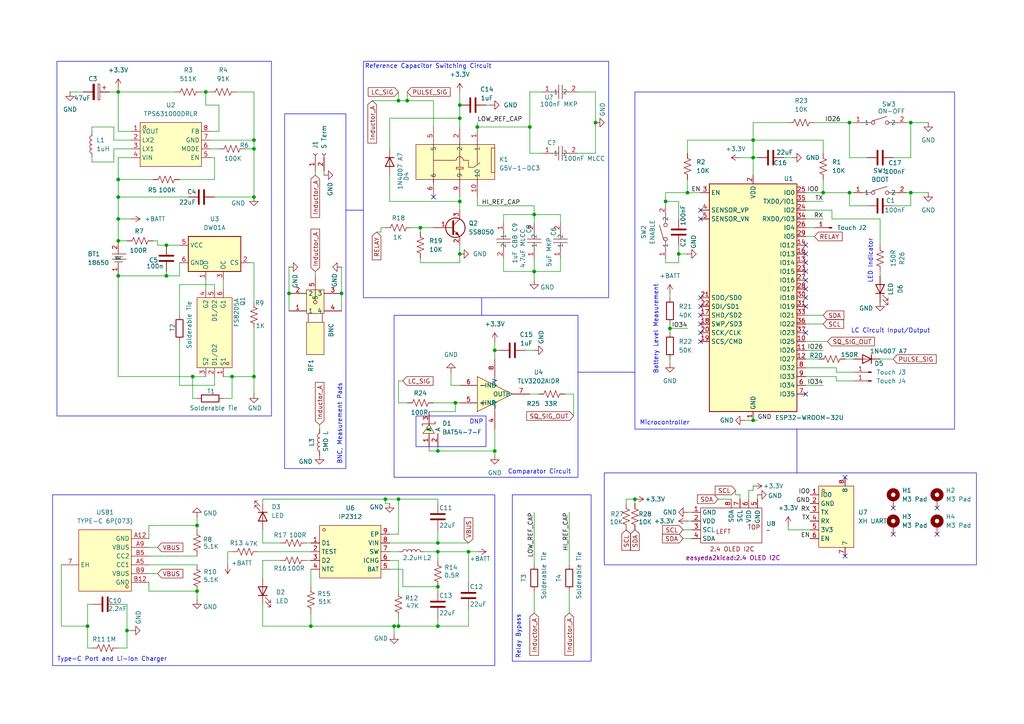
<source format=kicad_sch>
(kicad_sch (version 20231120) (generator "eeschema") (generator_version "8.0")
  (paper "A4")
  (title_block (title "Inductance Meter V2"))
  (junction (at 172.72 35.56))
  (junction (at 154.94 62.23))
  (junction (at 132.08 116.84))
  (junction (at 135.89 160.02))
  (junction (at 127 170.18))
  (junction (at 218.44 121.92))
  (junction (at 127 130.81))
  (junction (at 115.57 181.61))
  (junction (at 59.69 26.67))
  (junction (at 34.29 80.01))
  (junction (at 67.31 109.22))
  (junction (at 153.67 36.83))
  (junction (at 196.85 73.66))
  (junction (at 127 181.61))
  (junction (at 133.35 73.66))
  (junction (at 36.83 182.88))
  (junction (at 83.82 85.09))
  (junction (at 127 160.02))
  (junction (at 115.57 29.21))
  (junction (at 218.44 40.64))
  (junction (at 133.35 58.42))
  (junction (at 48.26 80.01))
  (junction (at 118.11 29.21))
  (junction (at 154.94 78.74))
  (junction (at 138.43 36.83))
  (junction (at 34.29 57.15))
  (junction (at 55.88 109.22))
  (junction (at 133.35 34.29))
  (junction (at 73.66 43.18))
  (junction (at 121.92 66.04))
  (junction (at 184.15 144.78))
  (junction (at 115.57 144.78))
  (junction (at 57.15 171.45))
  (junction (at 111.76 144.78))
  (junction (at 114.3 181.61))
  (junction (at 199.39 55.88))
  (junction (at 264.16 35.56))
  (junction (at 90.17 181.61))
  (junction (at 246.38 55.88))
  (junction (at 73.66 40.64))
  (junction (at 193.04 58.42))
  (junction (at 264.16 55.88))
  (junction (at 194.31 95.25))
  (junction (at 57.15 152.4))
  (junction (at 238.76 55.88))
  (junction (at 133.35 30.48))
  (junction (at 48.26 71.12))
  (junction (at 218.44 45.72))
  (junction (at 99.06 85.09))
  (junction (at 73.66 109.22))
  (junction (at 25.4 181.61))
  (junction (at 34.29 69.85))
  (junction (at 143.51 130.81))
  (junction (at 73.66 57.15))
  (junction (at 246.38 35.56))
  (junction (at 34.29 63.5))
  (junction (at 127 157.48))
  (junction (at 34.29 52.07))
  (junction (at 34.29 26.67))
  (junction (at 143.51 101.6))
  (no_connect (at 203.2 99.06))
  (no_connect (at 259.08 154.94))
  (no_connect (at 125.73 57.15))
  (no_connect (at 233.68 96.52))
  (no_connect (at 233.68 78.74))
  (no_connect (at 245.11 138.43))
  (no_connect (at 233.68 114.3))
  (no_connect (at 271.78 154.94))
  (no_connect (at 233.68 71.12))
  (no_connect (at 233.68 76.2))
  (no_connect (at 203.2 96.52))
  (no_connect (at 271.78 147.32))
  (no_connect (at 203.2 93.98))
  (no_connect (at 233.68 83.82))
  (no_connect (at 245.11 161.29))
  (no_connect (at 259.08 147.32))
  (no_connect (at 203.2 91.44))
  (no_connect (at 233.68 86.36))
  (no_connect (at 203.2 60.96))
  (no_connect (at 233.68 81.28))
  (no_connect (at 233.68 88.9))
  (no_connect (at 233.68 73.66))
  (no_connect (at 203.2 63.5))
  (no_connect (at 203.2 86.36))
  (no_connect (at 203.2 88.9))
  (wire (pts (xy 199.39 40.64) (xy 218.44 40.64)))
  (wire (pts (xy 144.78 101.6) (xy 143.51 101.6)))
  (wire (pts (xy 198.12 156.21) (xy 200.66 156.21)))
  (wire (pts (xy 199.39 148.59) (xy 200.66 148.59)))
  (wire (pts (xy 125.73 116.84) (xy 132.08 116.84)))
  (wire (pts (xy 59.69 109.22) (xy 55.88 109.22)))
  (wire (pts (xy 113.03 157.48) (xy 127 157.48)))
  (wire (pts (xy 115.57 162.56) (xy 115.57 171.45)))
  (wire (pts (xy 57.15 115.57) (xy 55.88 115.57)))
  (wire (pts (xy 153.67 26.67) (xy 157.48 26.67)))
  (wire (pts (xy 167.64 44.45) (xy 172.72 44.45)))
  (wire (pts (xy 73.66 109.22) (xy 73.66 114.3)))
  (wire (pts (xy 214.63 45.72) (xy 218.44 45.72)))
  (wire (pts (xy 143.51 99.06) (xy 143.51 101.6)))
  (wire (pts (xy 34.29 187.96) (xy 36.83 187.96)))
  (wire (pts (xy 196.85 76.2) (xy 193.04 76.2)))
  (wire (pts (xy 269.24 55.88) (xy 264.16 55.88)))
  (wire (pts (xy 83.82 90.17) (xy 83.82 85.09)))
  (polyline (pts (xy 231.14 124.46) (xy 231.14 137.16)))
  (wire (pts (xy 81.28 162.56) (xy 76.2 162.56)))
  (wire (pts (xy 228.6 153.67) (xy 228.6 152.4)))
  (wire (pts (xy 76.2 181.61) (xy 90.17 181.61)))
  (wire (pts (xy 127 157.48) (xy 135.89 157.48)))
  (wire (pts (xy 194.31 86.36) (xy 194.31 85.09)))
  (wire (pts (xy 43.18 168.91) (xy 43.18 171.45)))
  (wire (pts (xy 121.92 67.31) (xy 121.92 66.04)))
  (wire (pts (xy 34.29 57.15) (xy 34.29 63.5)))
  (wire (pts (xy 153.67 114.3) (xy 156.21 114.3)))
  (wire (pts (xy 143.51 130.81) (xy 143.51 124.46)))
  (wire (pts (xy 146.05 74.93) (xy 146.05 78.74)))
  (wire (pts (xy 109.22 67.31) (xy 110.49 67.31)))
  (wire (pts (xy 130.81 107.95) (xy 130.81 111.76)))
  (wire (pts (xy 73.66 40.64) (xy 73.66 43.18)))
  (wire (pts (xy 259.08 59.69) (xy 264.16 59.69)))
  (wire (pts (xy 50.8 26.67) (xy 34.29 26.67)))
  (wire (pts (xy 73.66 76.2) (xy 72.39 76.2)))
  (wire (pts (xy 115.57 26.67) (xy 115.57 29.21)))
  (wire (pts (xy 34.29 63.5) (xy 34.29 69.85)))
  (wire (pts (xy 99.06 90.17) (xy 99.06 85.09)))
  (wire (pts (xy 214.63 143.51) (xy 214.63 144.78)))
  (wire (pts (xy 215.9 121.92) (xy 218.44 121.92)))
  (wire (pts (xy 64.77 115.57) (xy 67.31 115.57)))
  (wire (pts (xy 193.04 55.88) (xy 199.39 55.88)))
  (wire (pts (xy 218.44 40.64) (xy 218.44 45.72)))
  (wire (pts (xy 165.1 177.8) (xy 165.1 171.45)))
  (wire (pts (xy 196.85 73.66) (xy 196.85 71.12)))
  (wire (pts (xy 73.66 87.63) (xy 73.66 76.2)))
  (wire (pts (xy 238.76 101.6) (xy 233.68 101.6)))
  (wire (pts (xy 133.35 111.76) (xy 130.81 111.76)))
  (wire (pts (xy 115.57 116.84) (xy 118.11 116.84)))
  (wire (pts (xy 113.03 58.42) (xy 133.35 58.42)))
  (wire (pts (xy 133.35 76.2) (xy 121.92 76.2)))
  (wire (pts (xy 154.94 101.6) (xy 152.4 101.6)))
  (wire (pts (xy 44.45 52.07) (xy 34.29 52.07)))
  (wire (pts (xy 116.84 165.1) (xy 116.84 170.18)))
  (wire (pts (xy 76.2 146.05) (xy 76.2 144.78)))
  (wire (pts (xy 116.84 170.18) (xy 127 170.18)))
  (wire (pts (xy 110.49 67.31) (xy 110.49 66.04)))
  (wire (pts (xy 146.05 78.74) (xy 154.94 78.74)))
  (wire (pts (xy 119.38 66.04) (xy 121.92 66.04)))
  (wire (pts (xy 60.96 38.1) (xy 63.5 38.1)))
  (wire (pts (xy 76.2 157.48) (xy 76.2 153.67)))
  (wire (pts (xy 76.2 175.26) (xy 76.2 181.61)))
  (wire (pts (xy 246.38 59.69) (xy 246.38 55.88)))
  (wire (pts (xy 83.82 77.47) (xy 83.82 85.09)))
  (wire (pts (xy 76.2 144.78) (xy 111.76 144.78)))
  (wire (pts (xy 57.15 152.4) (xy 57.15 153.67)))
  (wire (pts (xy 181.61 144.78) (xy 184.15 144.78)))
  (wire (pts (xy 132.08 116.84) (xy 132.08 119.38)))
  (wire (pts (xy 172.72 26.67) (xy 167.64 26.67)))
  (wire (pts (xy 74.93 160.02) (xy 90.17 160.02)))
  (wire (pts (xy 138.43 36.83) (xy 153.67 36.83)))
  (wire (pts (xy 107.95 29.21) (xy 115.57 29.21)))
  (wire (pts (xy 193.04 59.69) (xy 193.04 58.42)))
  (wire (pts (xy 113.03 43.18) (xy 113.03 34.29)))
  (wire (pts (xy 138.43 38.1) (xy 138.43 36.83)))
  (wire (pts (xy 236.22 35.56) (xy 246.38 35.56)))
  (wire (pts (xy 90.17 181.61) (xy 114.3 181.61)))
  (wire (pts (xy 127 129.54) (xy 127 130.81)))
  (wire (pts (xy 127 179.07) (xy 127 181.61)))
  (wire (pts (xy 91.44 78.74) (xy 91.44 80.01)))
  (wire (pts (xy 59.69 83.82) (xy 59.69 81.28)))
  (wire (pts (xy 154.94 59.69) (xy 154.94 62.23)))
  (wire (pts (xy 138.43 35.56) (xy 138.43 36.83)))
  (wire (pts (xy 45.72 69.85) (xy 45.72 71.12)))
  (wire (pts (xy 166.37 120.65) (xy 166.37 114.3)))
  (wire (pts (xy 57.15 161.29) (xy 43.18 161.29)))
  (wire (pts (xy 25.4 181.61) (xy 25.4 187.96)))
  (wire (pts (xy 115.57 181.61) (xy 115.57 179.07)))
  (wire (pts (xy 113.03 34.29) (xy 133.35 34.29)))
  (wire (pts (xy 127 171.45) (xy 127 170.18)))
  (wire (pts (xy 238.76 111.76) (xy 233.68 111.76)))
  (wire (pts (xy 62.23 45.72) (xy 62.23 52.07)))
  (wire (pts (xy 218.44 35.56) (xy 218.44 40.64)))
  (wire (pts (xy 73.66 40.64) (xy 60.96 40.64)))
  (wire (pts (xy 73.66 57.15) (xy 73.66 43.18)))
  (wire (pts (xy 196.85 58.42) (xy 193.04 58.42)))
  (wire (pts (xy 233.68 63.5) (xy 238.76 63.5)))
  (wire (pts (xy 238.76 55.88) (xy 233.68 55.88)))
  (wire (pts (xy 251.46 45.72) (xy 246.38 45.72)))
  (wire (pts (xy 121.92 66.04) (xy 125.73 66.04)))
  (wire (pts (xy 114.3 181.61) (xy 115.57 181.61)))
  (wire (pts (xy 217.17 142.24) (xy 217.17 144.78)))
  (wire (pts (xy 132.08 119.38) (xy 124.46 119.38)))
  (wire (pts (xy 57.15 173.99) (xy 57.15 171.45)))
  (wire (pts (xy 238.76 44.45) (xy 238.76 40.64)))
  (wire (pts (xy 63.5 30.48) (xy 59.69 30.48)))
  (wire (pts (xy 31.75 26.67) (xy 34.29 26.67)))
  (wire (pts (xy 233.68 99.06) (xy 240.03 99.06)))
  (wire (pts (xy 92.71 123.19) (xy 92.71 124.46)))
  (wire (pts (xy 60.96 43.18) (xy 63.5 43.18)))
  (wire (pts (xy 242.57 106.68) (xy 242.57 107.95)))
  (wire (pts (xy 62.23 82.55) (xy 62.23 83.82)))
  (wire (pts (xy 142.24 30.48) (xy 140.97 30.48)))
  (wire (pts (xy 110.49 66.04) (xy 111.76 66.04)))
  (wire (pts (xy 111.76 146.05) (xy 111.76 144.78)))
  (wire (pts (xy 43.18 152.4) (xy 57.15 152.4)))
  (wire (pts (xy 45.72 69.85) (xy 44.45 69.85)))
  (wire (pts (xy 127 181.61) (xy 135.89 181.61)))
  (wire (pts (xy 154.94 81.28) (xy 154.94 78.74)))
  (polyline (pts (xy 100.33 60.96) (xy 105.41 60.96)))
  (wire (pts (xy 199.39 52.07) (xy 199.39 55.88)))
  (wire (pts (xy 233.68 109.22) (xy 242.57 109.22)))
  (wire (pts (xy 60.96 26.67) (xy 59.69 26.67)))
  (wire (pts (xy 33.02 40.64) (xy 33.02 36.83)))
  (wire (pts (xy 194.31 104.14) (xy 194.31 105.41)))
  (wire (pts (xy 238.76 40.64) (xy 218.44 40.64)))
  (wire (pts (xy 199.39 44.45) (xy 199.39 40.64)))
  (wire (pts (xy 133.35 58.42) (xy 133.35 57.15)))
  (wire (pts (xy 133.35 73.66) (xy 133.35 76.2)))
  (wire (pts (xy 264.16 45.72) (xy 264.16 35.56)))
  (wire (pts (xy 153.67 26.67) (xy 153.67 36.83)))
  (wire (pts (xy 67.31 109.22) (xy 73.66 109.22)))
  (wire (pts (xy 64.77 83.82) (xy 64.77 81.28)))
  (wire (pts (xy 264.16 55.88) (xy 262.89 55.88)))
  (wire (pts (xy 242.57 107.95) (xy 247.65 107.95)))
  (wire (pts (xy 238.76 55.88) (xy 246.38 55.88)))
  (wire (pts (xy 127 144.78) (xy 127 146.05)))
  (wire (pts (xy 255.27 63.5) (xy 241.3 63.5)))
  (wire (pts (xy 237.49 104.14) (xy 233.68 104.14)))
  (wire (pts (xy 218.44 142.24) (xy 217.17 142.24)))
  (wire (pts (xy 135.89 160.02) (xy 138.43 160.02)))
  (wire (pts (xy 269.24 35.56) (xy 264.16 35.56)))
  (wire (pts (xy 194.31 96.52) (xy 194.31 95.25)))
  (wire (pts (xy 125.73 29.21) (xy 125.73 36.83)))
  (wire (pts (xy 228.6 153.67) (xy 234.95 153.67)))
  (wire (pts (xy 67.31 115.57) (xy 67.31 109.22)))
  (wire (pts (xy 34.29 175.26) (xy 36.83 175.26)))
  (wire (pts (xy 73.66 95.25) (xy 73.66 109.22)))
  (wire (pts (xy 62.23 109.22) (xy 62.23 111.76)))
  (wire (pts (xy 196.85 73.66) (xy 196.85 76.2)))
  (wire (pts (xy 133.35 34.29) (xy 133.35 36.83)))
  (wire (pts (xy 166.37 114.3) (xy 163.83 114.3)))
  (wire (pts (xy 184.15 146.05) (xy 184.15 144.78)))
  (wire (pts (xy 143.51 101.6) (xy 143.51 104.14)))
  (wire (pts (xy 213.36 143.51) (xy 214.63 143.51)))
  (wire (pts (xy 52.07 91.44) (xy 52.07 82.55)))
  (wire (pts (xy 165.1 163.83) (xy 165.1 148.59)))
  (wire (pts (xy 157.48 44.45) (xy 153.67 44.45)))
  (wire (pts (xy 34.29 52.07) (xy 34.29 45.72)))
  (wire (pts (xy 88.9 162.56) (xy 90.17 162.56)))
  (wire (pts (xy 181.61 144.78) (xy 181.61 146.05)))
  (wire (pts (xy 52.07 80.01) (xy 52.07 76.2)))
  (wire (pts (xy 38.1 63.5) (xy 34.29 63.5)))
  (wire (pts (xy 133.35 30.48) (xy 133.35 34.29)))
  (wire (pts (xy 242.57 109.22) (xy 242.57 110.49)))
  (wire (pts (xy 238.76 52.07) (xy 238.76 55.88)))
  (wire (pts (xy 121.92 76.2) (xy 121.92 74.93)))
  (wire (pts (xy 93.98 49.53) (xy 93.98 50.8)))
  (wire (pts (xy 162.56 62.23) (xy 162.56 64.77)))
  (wire (pts (xy 193.04 58.42) (xy 193.04 55.88)))
  (wire (pts (xy 88.9 157.48) (xy 90.17 157.48)))
  (wire (pts (xy 127 130.81) (xy 143.51 130.81)))
  (wire (pts (xy 34.29 26.67) (xy 34.29 38.1)))
  (wire (pts (xy 57.15 149.86) (xy 57.15 152.4)))
  (polyline (pts (xy 139.7 86.36) (xy 139.7 91.44)))
  (wire (pts (xy 251.46 59.69) (xy 246.38 59.69)))
  (wire (pts (xy 59.69 30.48) (xy 59.69 26.67)))
  (wire (pts (xy 172.72 44.45) (xy 172.72 35.56)))
  (wire (pts (xy 193.04 76.2) (xy 193.04 74.93)))
  (wire (pts (xy 264.16 59.69) (xy 264.16 55.88)))
  (wire (pts (xy 66.04 163.83) (xy 66.04 160.02)))
  (wire (pts (xy 259.08 104.14) (xy 255.27 104.14)))
  (wire (pts (xy 133.35 26.67) (xy 133.35 30.48)))
  (wire (pts (xy 43.18 171.45) (xy 57.15 171.45)))
  (wire (pts (xy 255.27 78.74) (xy 255.27 80.01)))
  (wire (pts (xy 143.51 132.08) (xy 143.51 130.81)))
  (wire (pts (xy 213.36 142.24) (xy 213.36 143.51)))
  (wire (pts (xy 36.83 187.96) (xy 36.83 182.88)))
  (wire (pts (xy 45.72 158.75) (xy 43.18 158.75)))
  (wire (pts (xy 60.96 45.72) (xy 62.23 45.72)))
  (wire (pts (xy 135.89 160.02) (xy 135.89 168.91)))
  (wire (pts (xy 52.07 111.76) (xy 52.07 99.06)))
  (wire (pts (xy 154.94 177.8) (xy 154.94 171.45)))
  (wire (pts (xy 162.56 78.74) (xy 162.56 74.93)))
  (wire (pts (xy 64.77 109.22) (xy 67.31 109.22)))
  (wire (pts (xy 127 160.02) (xy 135.89 160.02)))
  (wire (pts (xy 219.71 143.51) (xy 219.71 144.78)))
  (wire (pts (xy 38.1 182.88) (xy 36.83 182.88)))
  (wire (pts (xy 233.68 66.04) (xy 236.22 66.04)))
  (wire (pts (xy 218.44 45.72) (xy 218.44 50.8)))
  (wire (pts (xy 33.02 46.99) (xy 26.67 46.99)))
  (wire (pts (xy 115.57 181.61) (xy 127 181.61)))
  (wire (pts (xy 238.76 91.44) (xy 233.68 91.44)))
  (wire (pts (xy 34.29 25.4) (xy 34.29 26.67)))
  (wire (pts (xy 199.39 151.13) (xy 200.66 151.13)))
  (wire (pts (xy 127 160.02) (xy 127 162.56)))
  (wire (pts (xy 113.03 50.8) (xy 113.03 58.42)))
  (wire (pts (xy 34.29 38.1) (xy 38.1 38.1)))
  (wire (pts (xy 71.12 43.18) (xy 73.66 43.18)))
  (wire (pts (xy 115.57 29.21) (xy 118.11 29.21)))
  (wire (pts (xy 123.19 160.02) (xy 127 160.02)))
  (wire (pts (xy 233.68 106.68) (xy 242.57 106.68)))
  (wire (pts (xy 219.71 45.72) (xy 218.44 45.72)))
  (wire (pts (xy 73.66 26.67) (xy 73.66 40.64)))
  (wire (pts (xy 133.35 60.96) (xy 133.35 58.42)))
  (wire (pts (xy 114.3 184.15) (xy 114.3 181.61)))
  (wire (pts (xy 113.03 162.56) (xy 115.57 162.56)))
  (wire (pts (xy 118.11 29.21) (xy 125.73 29.21)))
  (wire (pts (xy 48.26 78.74) (xy 48.26 80.01)))
  (wire (pts (xy 219.71 121.92) (xy 218.44 121.92)))
  (wire (pts (xy 62.23 57.15) (xy 73.66 57.15)))
  (wire (pts (xy 113.03 154.94) (xy 115.57 154.94)))
  (wire (pts (xy 208.28 144.78) (xy 212.09 144.78)))
  (wire (pts (xy 133.35 71.12) (xy 133.35 73.66)))
  (wire (pts (xy 91.44 49.53) (xy 91.44 50.8)))
  (wire (pts (xy 81.28 157.48) (xy 76.2 157.48)))
  (wire (pts (xy 20.32 26.67) (xy 24.13 26.67)))
  (wire (pts (xy 233.68 58.42) (xy 238.76 58.42)))
  (wire (pts (xy 34.29 57.15) (xy 34.29 52.07)))
  (wire (pts (xy 228.6 35.56) (xy 218.44 35.56)))
  (wire (pts (xy 124.46 130.81) (xy 127 130.81)))
  (wire (pts (xy 146.05 62.23) (xy 154.94 62.23)))
  (wire (pts (xy 255.27 63.5) (xy 255.27 71.12)))
  (wire (pts (xy 113.03 146.05) (xy 111.76 146.05)))
  (wire (pts (xy 127 157.48) (xy 127 153.67)))
  (wire (pts (xy 115.57 110.49) (xy 116.84 110.49)))
  (wire (pts (xy 115.57 110.49) (xy 115.57 116.84)))
  (wire (pts (xy 146.05 64.77) (xy 146.05 62.23)))
  (wire (pts (xy 153.67 36.83) (xy 153.67 44.45)))
  (wire (pts (xy 135.89 181.61) (xy 135.89 176.53)))
  (wire (pts (xy 229.87 45.72) (xy 227.33 45.72)))
  (wire (pts (xy 43.18 156.21) (xy 43.18 152.4)))
  (wire (pts (xy 111.76 144.78) (xy 115.57 144.78)))
  (wire (pts (xy 36.83 182.88) (xy 36.83 175.26)))
  (wire (pts (xy 34.29 69.85) (xy 36.83 69.85)))
  (wire (pts (xy 113.03 165.1) (xy 116.84 165.1)))
  (wire (pts (xy 115.57 144.78) (xy 127 144.78)))
  (wire (pts (xy 45.72 166.37) (xy 43.18 166.37)))
  (wire (pts (xy 63.5 38.1) (xy 63.5 30.48)))
  (wire (pts (xy 245.11 104.14) (xy 247.65 104.14)))
  (wire (pts (xy 76.2 162.56) (xy 76.2 167.64)))
  (wire (pts (xy 199.39 55.88) (xy 203.2 55.88)))
  (wire (pts (xy 238.76 93.98) (xy 233.68 93.98)))
  (wire (pts (xy 62.23 111.76) (xy 52.07 111.76)))
  (wire (pts (xy 52.07 82.55) (xy 62.23 82.55)))
  (wire (pts (xy 242.57 110.49) (xy 247.65 110.49)))
  (wire (pts (xy 115.57 154.94) (xy 115.57 144.78)))
  (wire (pts (xy 196.85 73.66) (xy 199.39 73.66)))
  (wire (pts (xy 259.08 45.72) (xy 264.16 45.72)))
  (wire (pts (xy 154.94 163.83) (xy 154.94 148.59)))
  (wire (pts (xy 73.66 26.67) (xy 68.58 26.67)))
  (wire (pts (xy 241.3 63.5) (xy 241.3 60.96)))
  (wire (pts (xy 124.46 129.54) (xy 124.46 130.81)))
  (wire (pts (xy 90.17 177.8) (xy 90.17 181.61)))
  (wire (pts (xy 233.68 68.58) (xy 236.22 68.58)))
  (wire (pts (xy 196.85 63.5) (xy 196.85 58.42)))
  (wire (pts (xy 154.94 78.74) (xy 162.56 78.74)))
  (wire (pts (xy 154.94 62.23) (xy 154.94 64.77)))
  (wire (pts (xy 59.69 26.67) (xy 58.42 26.67)))
  (wire (pts (xy 138.43 59.69) (xy 154.94 59.69)))
  (wire (pts (xy 55.88 115.57) (xy 55.88 109.22)))
  (wire (pts (xy 17.78 163.83) (xy 17.78 181.61)))
  (wire (pts (xy 26.67 46.99) (xy 26.67 45.72)))
  (wire (pts (xy 54.61 57.15) (xy 34.29 57.15)))
  (wire (pts (xy 132.08 116.84) (xy 133.35 116.84)))
  (wire (pts (xy 25.4 175.26) (xy 25.4 181.61)))
  (wire (pts (xy 247.65 55.88) (xy 246.38 55.88)))
  (wire (pts (xy 48.26 80.01) (xy 52.07 80.01)))
  (wire (pts (xy 246.38 45.72) (xy 246.38 35.56)))
  (wire (pts (xy 194.31 93.98) (xy 194.31 95.25)))
  (wire (pts (xy 62.23 52.07) (xy 52.07 52.07)))
  (wire (pts (xy 154.94 62.23) (xy 162.56 62.23)))
  (polyline (pts (xy 167.64 107.95) (xy 184.15 107.95)))
  (wire (pts (xy 26.67 36.83) (xy 26.67 38.1)))
  (wire (pts (xy 218.44 140.97) (xy 218.44 142.24)))
  (wire (pts (xy 118.11 26.67) (xy 118.11 29.21)))
  (wire (pts (xy 33.02 36.83) (xy 26.67 36.83)))
  (wire (pts (xy 233.68 60.96) (xy 241.3 60.96)))
  (wire (pts (xy 198.12 153.67) (xy 200.66 153.67)))
  (wire (pts (xy 38.1 43.18) (xy 33.02 43.18)))
  (wire (pts (xy 154.94 74.93) (xy 154.94 78.74)))
  (wire (pts (xy 25.4 175.26) (xy 26.67 175.26)))
  (wire (pts (xy 66.04 160.02) (xy 67.31 160.02)))
  (wire (pts (xy 45.72 71.12) (xy 48.26 71.12)))
  (wire (pts (xy 26.67 187.96) (xy 25.4 187.96)))
  (wire (pts (xy 138.43 59.69) (xy 138.43 57.15)))
  (wire (pts (xy 34.29 80.01) (xy 34.29 109.22)))
  (wire (pts (xy 57.15 163.83) (xy 43.18 163.83)))
  (wire (pts (xy 247.65 35.56) (xy 246.38 35.56)))
  (wire (pts (xy 17.78 181.61) (xy 25.4 181.61)))
  (wire (pts (xy 99.06 77.47) (xy 99.06 85.09)))
  (wire (pts (xy 33.02 43.18) (xy 33.02 46.99)))
  (wire (pts (xy 34.29 45.72) (xy 38.1 45.72)))
  (wire (pts (xy 90.17 170.18) (xy 90.17 165.1)))
  (wire (pts (xy 264.16 35.56) (xy 262.89 35.56)))
  (wire (pts (xy 34.29 80.01) (xy 48.26 80.01)))
  (wire (pts (xy 55.88 109.22) (xy 34.29 109.22)))
  (wire (pts (xy 38.1 40.64) (xy 33.02 40.64)))
  (wire (pts (xy 52.07 71.12) (xy 48.26 71.12)))
  (wire (pts (xy 115.57 160.02) (xy 113.03 160.02)))
  (wire (pts (xy 172.72 35.56) (xy 172.72 26.67)))
  (wire (pts (xy 194.31 95.25) (xy 199.39 95.25)))
  (rectangle (start 148.59 191.77) (end 171.45 143.51))
  (rectangle (start 184.15 26.67) (end 276.86 124.46))
  (rectangle (start 105.41 17.78) (end 176.53 86.36))
  (rectangle (start 82.55 135.89) (end 100.33 33.02))
  (rectangle (start 15.24 143.51) (end 143.51 193.04))
  (rectangle (start 114.3 91.44) (end 167.64 138.43))
  (rectangle (start 120.65 120.65) (end 140.97 129.54))
  (rectangle (start 16.51 17.78) (end 78.74 120.65))
  (rectangle (start 175.26 137.16) (end 283.21 163.83))
  (text "LC Circuit Input/Output" (at 258.318 96.012 0) (effects (font (size 1.27 1.27))))
  (text "Reference Capacitor Switching Circuit" (at 124.206 19.304 0) (effects (font (size 1.27 1.27))))
  (text "Battery Level Measurement" (at 190.246 95.504 90) (effects (font (size 1.27 1.27))))
  (text "BNC, Measurement Pads\n" (at 98.552 122.936 90) (effects (font (size 1.27 1.27))))
  (text "Type-C Port and Li-Ion Charger\n" (at 32.512 191.262 0) (effects (font (size 1.27 1.27))))
  (text "Microcontroller" (at 192.786 122.682 0) (effects (font (size 1.27 1.27))))
  (text "Comparator Circuit\n" (at 156.464 136.906 0) (effects (font (size 1.27 1.27))))
  (text "Relay Bypass\n" (at 150.368 184.658 90) (effects (font (size 1.27 1.27))))
  (text "DNP\n" (at 138.176 122.428 0) (effects (font (size 1.27 1.27))))
  (text "LED Indicator" (at 252.476 75.692 90) (effects (font (size 1.27 1.27))))
  (label "IO0" (at 237.49 55.88 180))
  (label "IO26" (at 238.76 101.6 180))
  (label "EN" (at 203.2 55.88 180))
  (label "RX" (at 234.95 148.59 180))
  (label "IO34" (at 238.76 111.76 180))
  (label "LOW_REF_CAP" (at 138.43 35.56 0))
  (label "HI_REF_CAP" (at 165.1 148.59 270))
  (label "GND" (at 219.71 121.92 0))
  (label "IO0" (at 234.95 143.51 180))
  (label "IO26" (at 243.84 35.56 180))
  (label "TX" (at 234.95 151.13 180))
  (label "HI_REF_CAP" (at 139.7 59.69 0))
  (label "TX" (at 238.76 58.42 180))
  (label "RX" (at 238.76 63.5 180))
  (label "GND" (at 234.95 146.05 180))
  (label "IO34" (at 199.39 95.25 180))
  (label "LOW_REF_CAP" (at 154.94 148.59 270))
  (label "EN" (at 234.95 156.21 180))
  (global_label "Inductor_A" (shape input) (at 165.1 177.8 270) (property "Intersheetrefs" "${INTERSHEET_REFS}" (effects (hide yes))))
  (global_label "LC_SIG" (shape input) (at 115.57 26.67 180) (property "Intersheetrefs" "${INTERSHEET_REFS}" (effects (hide yes))))
  (global_label "SQ_SIG_OUT" (shape input) (at 240.03 99.06 0) (property "Intersheetrefs" "${INTERSHEET_REFS}" (effects (hide yes))))
  (global_label "SDA" (shape input) (at 198.12 156.21 180) (property "Intersheetrefs" "${INTERSHEET_REFS}" (effects (hide yes))))
  (global_label "SDA" (shape input) (at 184.15 153.67 270) (property "Intersheetrefs" "${INTERSHEET_REFS}" (effects (hide yes))))
  (global_label "VBUS" (shape input) (at 135.89 157.48 90) (property "Intersheetrefs" "${INTERSHEET_REFS}" (effects (hide yes))))
  (global_label "Inductor_A" (shape input) (at 91.44 78.74 90) (property "Intersheetrefs" "${INTERSHEET_REFS}" (effects (hide yes))))
  (global_label "SCL" (shape input) (at 198.12 153.67 180) (property "Intersheetrefs" "${INTERSHEET_REFS}" (effects (hide yes))))
  (global_label "PULSE_SIG" (shape input) (at 259.08 104.14 0) (property "Intersheetrefs" "${INTERSHEET_REFS}" (effects (hide yes))))
  (global_label "SDA" (shape input) (at 238.76 91.44 0) (property "Intersheetrefs" "${INTERSHEET_REFS}" (effects (hide yes))))
  (global_label "LC_SIG" (shape input) (at 116.84 110.49 0) (property "Intersheetrefs" "${INTERSHEET_REFS}" (effects (hide yes))))
  (global_label "VBUS" (shape input) (at 45.72 158.75 0) (property "Intersheetrefs" "${INTERSHEET_REFS}" (effects (hide yes))))
  (global_label "SCL" (shape input) (at 181.61 153.67 270) (property "Intersheetrefs" "${INTERSHEET_REFS}" (effects (hide yes))))
  (global_label "Inductor_A" (shape input) (at 107.95 29.21 270) (property "Intersheetrefs" "${INTERSHEET_REFS}" (effects (hide yes))))
  (global_label "Inductor_A" (shape input) (at 92.71 123.19 90) (property "Intersheetrefs" "${INTERSHEET_REFS}" (effects (hide yes))))
  (global_label "RELAY" (shape input) (at 109.22 67.31 270) (property "Intersheetrefs" "${INTERSHEET_REFS}" (effects (hide yes))))
  (global_label "SQ_SIG_OUT" (shape input) (at 166.37 120.65 180) (property "Intersheetrefs" "${INTERSHEET_REFS}" (effects (hide yes))))
  (global_label "PULSE_SIG" (shape input) (at 118.11 26.67 0) (property "Intersheetrefs" "${INTERSHEET_REFS}" (effects (hide yes))))
  (global_label "Inductor_A" (shape input) (at 154.94 177.8 270) (property "Intersheetrefs" "${INTERSHEET_REFS}" (effects (hide yes))))
  (global_label "VBUS" (shape input) (at 45.72 166.37 0) (property "Intersheetrefs" "${INTERSHEET_REFS}" (effects (hide yes))))
  (global_label "SCL" (shape input) (at 238.76 93.98 0) (property "Intersheetrefs" "${INTERSHEET_REFS}" (effects (hide yes))))
  (global_label "RELAY" (shape input) (at 236.22 68.58 0) (property "Intersheetrefs" "${INTERSHEET_REFS}" (effects (hide yes))))
  (global_label "SCL" (shape input) (at 213.36 142.24 180) (property "Intersheetrefs" "${INTERSHEET_REFS}" (effects (hide yes))))
  (global_label "SDA" (shape input) (at 208.28 144.78 180) (property "Intersheetrefs" "${INTERSHEET_REFS}" (effects (hide yes))))
  (global_label "Inductor_A" (shape input) (at 91.44 50.8 270) (property "Intersheetrefs" "${INTERSHEET_REFS}" (effects (hide yes))))
  (symbol (lib_id "Connector:Conn_01x02_Socket") (at 91.44 44.45 90) (unit 1)
    (property "Reference" "J1" (at 91.4399 43.18 0) (effects (justify left)))
    (property "Value" "S Term" (at 93.9799 43.18 0) (effects (justify left)))
    (property "Footprint" "easyeda2kicad:CONN-TH_2P-P2.54_MX128-2.54-GN01-02P-CU-Y-A" (effects (hide yes)))
    (property "Description" "Generic connector, single row, 01x02, script generated" (effects (hide yes)))
  )
  (symbol (lib_id "easyeda2kicad:BAT54-7-F") (at 124.46 124.46 270) (unit 1)
    (property "Reference" "D1" (at 128.27 122.8099 90) (effects (justify left)))
    (property "Value" "BAT54-7-F" (at 128.27 125.3499 90) (effects (justify left)))
    (property "Footprint" "easyeda2kicad:SOT-23-3_L2.9-W1.6-P1.90-LS2.8-BR" (effects (hide yes)))
    (property "Datasheet" "https://lcsc.com/product-detail/Schottky-Barrier-Diodes-SBD_DIODES_BAT54-7-F_BAT54-7-F_C106920.html" (effects (hide yes)))
    (property "LCSC Part" "C106920" (effects (hide yes)))
  )
  (symbol (lib_id "Device:D") (at 113.03 46.99 270) (unit 1)
    (property "Reference" "D4" (at 117.856 49.784 0) (effects (justify left)))
    (property "Value" "1N4007 A7" (at 116.078 44.196 0) (effects (justify left)))
    (property "Footprint" "easyeda2kicad:SOD-123FL_L2.8-W1.8-LS3.7-RD" (effects (hide yes)))
    (property "Description" "Diode" (effects (hide yes)))
    (property "Sim.Device" "D" (effects (hide yes)))
    (property "Sim.Pins" "1=K 2=A" (effects (hide yes)))
  )
  (symbol (lib_id "Device:R_US") (at 181.61 149.86 0) (unit 1)
    (property "Reference" "R27" (at 177.038 149.098 0) (effects (justify left)))
    (property "Value" "10K" (at 176.784 151.384 0) (effects (justify left)))
    (property "Footprint" "Resistor_SMD:R_0805_2012Metric_Pad1.20x1.40mm_HandSolder" (effects (hide yes)))
    (property "Description" "Resistor, US symbol" (effects (hide yes)))
  )
  (symbol (lib_id "Device:R_US") (at 121.92 116.84 90) (unit 1)
    (property "Reference" "R24" (at 121.92 114.046 90))
    (property "Value" "100R" (at 121.666 119.634 90))
    (property "Footprint" "Resistor_SMD:R_0805_2012Metric_Pad1.20x1.40mm_HandSolder" (effects (hide yes)))
    (property "Description" "Resistor, US symbol" (effects (hide yes)))
  )
  (symbol (lib_id "power:GND") (at 93.98 50.8 90) (mirror x) (unit 1)
    (property "Reference" "#PWR031" (effects (hide yes)))
    (property "Value" "GND" (at 95.758 54.864 0))
    (property "Description" "Power symbol creates a global label with name \"GND\" , ground" (effects (hide yes)))
  )
  (symbol (lib_id "Device:R_US") (at 64.77 26.67 90) (unit 1)
    (property "Reference" "R4" (at 64.77 20.32 90))
    (property "Value" "91K" (at 64.77 22.86 90))
    (property "Footprint" "Resistor_SMD:R_0805_2012Metric_Pad1.20x1.40mm_HandSolder" (effects (hide yes)))
    (property "Description" "Resistor, US symbol" (effects (hide yes)))
  )
  (symbol (lib_id "easyeda2kicad:TS-1088-AR02016") (at 193.04 67.31 90) (unit 1)
    (property "Reference" "SW2" (at 186.69 67.31 0))
    (property "Value" "ENABLE" (at 189.23 67.31 0))
    (property "Footprint" "easyeda2kicad:SW-SMD_L3.9-W3.0-P4.45" (effects (hide yes)))
    (property "Datasheet" "https://lcsc.com/product-detail/Tactile-Switches_XUNPU-TS-1088-AR02016_C720477.html" (effects (hide yes)))
    (property "LCSC Part" "C720477" (effects (hide yes)))
  )
  (symbol (lib_id "easyeda2kicad:TYPE-C6P(073)") (at 30.48 163.83 180) (unit 1)
    (property "Reference" "USB1" (at 30.48 148.59 0))
    (property "Value" "TYPE-C 6P(073)" (at 30.48 151.13 0))
    (property "Footprint" "easyeda2kicad:TYPE-C-SMD_TYPE-C-6P_5" (effects (hide yes)))
    (property "Datasheet" "https://lcsc.com/product-detail/USB-Connectors_SHOU-HAN-TYPE-C-6P-073_C668623.html" (effects (hide yes)))
    (property "LCSC Part" "C668623" (effects (hide yes)))
  )
  (symbol (lib_id "Device:R_US") (at 115.57 175.26 0) (unit 1)
    (property "Reference" "R12" (at 119.38 173.482 0))
    (property "Value" "47K" (at 119.634 175.768 0))
    (property "Footprint" "Resistor_SMD:R_0805_2012Metric_Pad1.20x1.40mm_HandSolder" (effects (hide yes)))
    (property "Description" "Resistor, US symbol" (effects (hide yes)))
  )
  (symbol (lib_id "Connector:Conn_01x01_Pin") (at 252.73 107.95 180) (unit 1)
    (property "Reference" "J3" (at 261.62 107.95 0))
    (property "Value" "Touch" (at 257.048 107.95 0))
    (property "Footprint" "Robie_Customs:Touch_Pad_ESP" (effects (hide yes)))
    (property "Description" "Generic connector, single row, 01x01, script generated" (effects (hide yes)))
  )
  (symbol (lib_id "easyeda2kicad:TPS631000DRLR") (at 49.53 41.91 0) (unit 1)
    (property "Reference" "U2" (at 49.53 30.48 0))
    (property "Value" "TPS631000DRLR" (at 49.53 33.02 0))
    (property "Footprint" "easyeda2kicad:SOT-583-8_L2.1-W1.2-P0.50-LS1.6-BL" (effects (hide yes)))
    (property "LCSC Part" "C5219190" (effects (hide yes)))
  )
  (symbol (lib_id "Device:R_US") (at 127 166.37 0) (unit 1)
    (property "Reference" "R14" (at 130.81 164.592 0))
    (property "Value" "0.5R" (at 131.064 166.878 0))
    (property "Footprint" "Resistor_SMD:R_0805_2012Metric_Pad1.20x1.40mm_HandSolder" (effects (hide yes)))
    (property "Description" "Resistor, US symbol" (effects (hide yes)))
  )
  (symbol (lib_id "Device:R_US") (at 232.41 35.56 270) (unit 1)
    (property "Reference" "R23" (at 232.41 29.21 90))
    (property "Value" "10K" (at 232.41 31.75 90))
    (property "Footprint" "Resistor_SMD:R_0805_2012Metric_Pad1.20x1.40mm_HandSolder" (effects (hide yes)))
    (property "Description" "Resistor, US symbol" (effects (hide yes)))
  )
  (symbol (lib_id "power:+3.3V") (at 228.6 152.4 0) (unit 1)
    (property "Reference" "#PWR015" (effects (hide yes)))
    (property "Value" "+3.3V" (at 228.6 147.32 0))
    (property "Description" "Power symbol creates a global label with name \"+3.3V\"" (effects (hide yes)))
  )
  (symbol (lib_id "Connector:Conn_01x01_Pin") (at 241.3 66.04 180) (unit 1)
    (property "Reference" "J2" (at 250.19 66.04 0))
    (property "Value" "Touch" (at 245.618 66.04 0))
    (property "Footprint" "Robie_Customs:Touch_Pad_ESP" (effects (hide yes)))
    (property "Description" "Generic connector, single row, 01x01, script generated" (effects (hide yes)))
  )
  (symbol (lib_id "power:GND") (at 215.9 121.92 270) (mirror x) (unit 1)
    (property "Reference" "#PWR02" (effects (hide yes)))
    (property "Value" "GND" (at 210.82 121.92 90))
    (property "Description" "Power symbol creates a global label with name \"GND\" , ground" (effects (hide yes)))
  )
  (symbol (lib_id "easyeda2kicad:G5V-1-DC3") (at 133.35 46.99 180) (unit 1)
    (property "Reference" "K1" (at 144.78 46.2299 0) (effects (justify right)))
    (property "Value" "G5V-1-DC3" (at 144.78 48.7699 0) (effects (justify right)))
    (property "Footprint" "easyeda2kicad:RELAY-TH_G5V-1" (effects (hide yes)))
    (property "Datasheet" "https://lcsc.com/product-detail/New-Arrivals_Omron-Electronics-G5V-1-DC3_C397232.html" (effects (hide yes)))
    (property "LCSC Part" "C397232" (effects (hide yes)))
  )
  (symbol (lib_id "Device:R_US") (at 160.02 114.3 90) (unit 1)
    (property "Reference" "R25" (at 154.686 117.094 90))
    (property "Value" "33R" (at 159.766 117.094 90))
    (property "Footprint" "Resistor_SMD:R_0805_2012Metric_Pad1.20x1.40mm_HandSolder" (effects (hide yes)))
    (property "Description" "Resistor, US symbol" (effects (hide yes)))
  )
  (symbol (lib_id "power:GND") (at 83.82 77.47 90) (mirror x) (unit 1)
    (property "Reference" "#PWR022" (effects (hide yes)))
    (property "Value" "GND" (at 85.598 81.534 0))
    (property "Description" "Power symbol creates a global label with name \"GND\" , ground" (effects (hide yes)))
  )
  (symbol (lib_id "power:GND") (at 194.31 105.41 0) (unit 1)
    (property "Reference" "#PWR030" (effects (hide yes)))
    (property "Value" "GND" (at 194.31 110.49 0))
    (property "Description" "Power symbol creates a global label with name \"GND\" , ground" (effects (hide yes)))
  )
  (symbol (lib_id "Device:R_US") (at 238.76 48.26 0) (unit 1)
    (property "Reference" "R1" (at 241.3 46.9899 0) (effects (justify left)))
    (property "Value" "10K" (at 241.3 49.5299 0) (effects (justify left)))
    (property "Footprint" "Resistor_SMD:R_0805_2012Metric_Pad1.20x1.40mm_HandSolder" (effects (hide yes)))
    (property "Description" "Resistor, US symbol" (effects (hide yes)))
  )
  (symbol (lib_id "easyeda2kicad:TLV3202AIDR") (at 143.51 114.3 0) (unit 1)
    (property "Reference" "U4" (at 156.21 107.9814 0))
    (property "Value" "TLV3202AIDR" (at 156.21 110.5214 0))
    (property "Footprint" "easyeda2kicad:SOIC-8_L4.9-W3.9-P1.27-LS6.0-BL" (effects (hide yes)))
    (property "Datasheet" "https://lcsc.com/product-detail/Analog-Comparators_TI_TLV3202AIDR_TLV3202AIDR_C129325.html" (effects (hide yes)))
    (property "LCSC Part" "C129325" (effects (hide yes)))
  )
  (symbol (lib_id "power:+3.3V") (at 66.04 163.83 180) (unit 1)
    (property "Reference" "#PWR014" (effects (hide yes)))
    (property "Value" "+BATT" (at 67.056 163.322 0) (effects (justify right)))
    (property "Description" "Power symbol creates a global label with name \"+3.3V\"" (effects (hide yes)))
  )
  (symbol (lib_id "Device:D") (at 251.46 104.14 180) (unit 1)
    (property "Reference" "D5" (at 256.286 105.41 0) (effects (justify left)))
    (property "Value" "1N4007 A7" (at 263.144 101.854 0) (effects (justify left)))
    (property "Footprint" "easyeda2kicad:SOD-123FL_L2.8-W1.8-LS3.7-RD" (effects (hide yes)))
    (property "Description" "Diode" (effects (hide yes)))
    (property "Sim.Device" "D" (effects (hide yes)))
    (property "Sim.Pins" "1=K 2=A" (effects (hide yes)))
  )
  (symbol (lib_id "power:GND") (at 229.87 45.72 90) (unit 1)
    (property "Reference" "#PWR028" (effects (hide yes)))
    (property "Value" "GND" (at 233.68 45.7199 90) (effects (justify right)))
    (property "Description" "Power symbol creates a global label with name \"GND\" , ground" (effects (hide yes)))
  )
  (symbol (lib_id "power:GND") (at 114.3 184.15 0) (mirror y) (unit 1)
    (property "Reference" "#PWR013" (effects (hide yes)))
    (property "Value" "GND" (at 110.49 185.166 0))
    (property "Description" "Power symbol creates a global label with name \"GND\" , ground" (effects (hide yes)))
  )
  (symbol (lib_id "power:GND") (at 154.94 101.6 90) (mirror x) (unit 1)
    (property "Reference" "#PWR027" (effects (hide yes)))
    (property "Value" "GND" (at 156.972 97.79 0))
    (property "Description" "Power symbol creates a global label with name \"GND\" , ground" (effects (hide yes)))
  )
  (symbol (lib_id "easyeda2kicad:MKP1848550704K2") (at 162.56 69.85 90) (unit 1)
    (property "Reference" "C6" (at 160.528 65.786 0) (effects (justify right)))
    (property "Value" "5uF MKP" (at 159.258 68.834 0) (effects (justify right)))
    (property "Footprint" "easyeda2kicad:CAP-TH_L32.0-W16.0-P27.50-D0.8" (effects (hide yes)))
    (property "LCSC Part" "C3803313" (effects (hide yes)))
  )
  (symbol (lib_id "Device:R_US") (at 255.27 74.93 0) (unit 1)
    (property "Reference" "R26" (at 261.62 74.93 90))
    (property "Value" "150R" (at 259.08 74.93 90))
    (property "Footprint" "Resistor_SMD:R_0805_2012Metric_Pad1.20x1.40mm_HandSolder" (effects (hide yes)))
    (property "Description" "Resistor, US symbol" (effects (hide yes)))
  )
  (symbol (lib_id "Device:R_US") (at 85.09 162.56 90) (unit 1)
    (property "Reference" "R16" (at 81.28 164.846 90))
    (property "Value" "100R" (at 85.852 164.846 90))
    (property "Footprint" "Resistor_SMD:R_0805_2012Metric_Pad1.20x1.40mm_HandSolder" (effects (hide yes)))
    (property "Description" "Resistor, US symbol" (effects (hide yes)))
  )
  (symbol (lib_id "Device:L") (at 92.71 128.27 180) (unit 1)
    (property "Reference" "L3" (at 90.424 128.27 90))
    (property "Value" "SMD L" (at 94.488 128.016 90))
    (property "Footprint" "easyeda2kicad:IND-SMD_L7.1-W6.6" (effects (hide yes)))
    (property "LCSC Part" "C2847481" (effects (hide yes)))
  )
  (symbol (lib_id "power:GND") (at 269.24 35.56 0) (unit 1)
    (property "Reference" "#PWR032" (effects (hide yes)))
    (property "Value" "GND" (at 269.24 40.64 0))
    (property "Description" "Power symbol creates a global label with name \"GND\" , ground" (effects (hide yes)))
  )
  (symbol (lib_id "power:+3.3V") (at 138.43 160.02 270) (unit 1)
    (property "Reference" "#PWR016" (effects (hide yes)))
    (property "Value" "+BATT" (at 136.144 162.052 90) (effects (justify left)))
    (property "Description" "Power symbol creates a global label with name \"+3.3V\"" (effects (hide yes)))
  )
  (symbol (lib_id "Device:L") (at 26.67 41.91 180) (unit 1)
    (property "Reference" "L1" (at 27.94 40.6399 0) (effects (justify right)))
    (property "Value" "1uH" (at 27.94 43.1799 0) (effects (justify right)))
    (property "Footprint" "Inductor_SMD:L_1008_2520Metric" (effects (hide yes)))
    (property "Description" "Inductor" (effects (hide yes)))
  )
  (symbol (lib_id "power:GND") (at 199.39 148.59 270) (mirror x) (unit 1)
    (property "Reference" "#PWR019" (effects (hide yes)))
    (property "Value" "GND" (at 194.31 148.59 90))
    (property "Description" "Power symbol creates a global label with name \"GND\" , ground" (effects (hide yes)))
  )
  (symbol (lib_id "Device:C") (at 127 175.26 180) (unit 1)
    (property "Reference" "C13" (at 129.286 172.72 0))
    (property "Value" "22uF" (at 129.794 177.8 0))
    (property "Footprint" "Capacitor_SMD:C_0805_2012Metric_Pad1.18x1.45mm_HandSolder" (effects (hide yes)))
    (property "Description" "Unpolarized capacitor" (effects (hide yes)))
  )
  (symbol (lib_id "power:+BATT") (at 194.31 85.09 0) (unit 1)
    (property "Reference" "#PWR029" (effects (hide yes)))
    (property "Value" "+BATT" (at 194.31 80.01 0))
    (property "Description" "Power symbol creates a global label with name \"+BATT\"" (effects (hide yes)))
  )
  (symbol (lib_id "power:GND") (at 113.03 146.05 0) (mirror y) (unit 1)
    (property "Reference" "#PWR012" (effects (hide yes)))
    (property "Value" "GND" (at 109.22 147.066 0))
    (property "Description" "Power symbol creates a global label with name \"GND\" , ground" (effects (hide yes)))
  )
  (symbol (lib_id "Device:C") (at 58.42 57.15 90) (unit 1)
    (property "Reference" "C4" (at 55.626 55.626 90))
    (property "Value" "22uF" (at 54.356 58.674 90))
    (property "Footprint" "Capacitor_SMD:C_0805_2012Metric_Pad1.18x1.45mm_HandSolder" (effects (hide yes)))
    (property "Description" "Unpolarized capacitor" (effects (hide yes)))
  )
  (symbol (lib_id "Device:C") (at 196.85 67.31 180) (unit 1)
    (property "Reference" "C2" (at 198.12 70.358 90))
    (property "Value" "100nF" (at 198.12 62.484 90))
    (property "Footprint" "Capacitor_SMD:C_0805_2012Metric_Pad1.18x1.45mm_HandSolder" (effects (hide yes)))
    (property "Description" "Unpolarized capacitor" (effects (hide yes)))
  )
  (symbol (lib_id "easyeda2kicad:BH-18650-B1BA002") (at 34.29 74.93 270) (unit 1)
    (property "Reference" "BT1" (at 25.4 73.66 90) (effects (justify left)))
    (property "Value" "18650" (at 25.4 76.2 90) (effects (justify left)))
    (property "Footprint" "easyeda2kicad:BATTERY-SMD_18650-1S-L77.1-W20.7-1" (effects (hide yes)))
    (property "LCSC Part" "C2988620" (effects (hide yes)))
  )
  (symbol (lib_id "easyeda2kicad:Net-Tie_Symbol") (at 154.94 167.64 0) (unit 1)
    (property "Reference" "T3" (at 151.892 167.64 90))
    (property "Value" "Solderable Tie" (at 157.734 166.878 90))
    (property "Footprint" "easyeda2kicad:Net-Tie 0805 Based" (effects (hide yes)))
    (property "Description" "Resistor" (effects (hide yes)))
  )
  (symbol (lib_id "easyeda2kicad:BFC238330104") (at 162.56 26.67 0) (unit 1)
    (property "Reference" "U?" (at 160.528 28.194 0) (effects (justify right)))
    (property "Value" "100nF MKP" (at 167.64 30.226 0) (effects (justify right)))
    (property "Footprint" "easyeda2kicad:CAP-TH_L26.0-W8.0-P22.50-D0.8" (effects (hide yes)))
    (property "LCSC Part" "C3786034" (effects (hide yes)))
  )
  (symbol (lib_id "easyeda2kicad:Net-Tie_Symbol") (at 165.1 167.64 0) (unit 1)
    (property "Reference" "T4" (at 162.052 167.64 90))
    (property "Value" "Solderable Tie" (at 167.894 166.878 90))
    (property "Footprint" "easyeda2kicad:Net-Tie 0805 Based" (effects (hide yes)))
    (property "Description" "Resistor" (effects (hide yes)))
  )
  (symbol (lib_id "power:GND") (at 92.71 132.08 0) (mirror y) (unit 1)
    (property "Reference" "#PWR034" (effects (hide yes)))
    (property "Value" "GND" (at 88.646 133.858 0))
    (property "Description" "Power symbol creates a global label with name \"GND\" , ground" (effects (hide yes)))
  )
  (symbol (lib_id "power:GND") (at 172.72 35.56 90) (mirror x) (unit 1)
    (property "Reference" "#PWR025" (effects (hide yes)))
    (property "Value" "GND" (at 174.752 31.75 0))
    (property "Description" "Power symbol creates a global label with name \"GND\" , ground" (effects (hide yes)))
  )
  (symbol (lib_id "easyeda2kicad:S6B-XH-SM4-TB(LF)(SN)") (at 240.03 151.13 0) (unit 1)
    (property "Reference" "U7" (at 248.92 148.5899 0) (effects (justify left)))
    (property "Value" "XH UART" (at 248.92 151.1299 0) (effects (justify left)))
    (property "Footprint" "easyeda2kicad:CONN-SMD_S6B-XH-SM4-TB-LF-SN" (effects (hide yes)))
    (property "Datasheet" "https://lcsc.com/product-detail/Others_JST-Sales-America_S6B-XH-SM4-TB-LF-SN_JST-Sales-America-S6B-XH-SM4-TB-LF-SN_C191914.html" (effects (hide yes)))
    (property "LCSC Part" "C191914" (effects (hide yes)))
  )
  (symbol (lib_id "easyeda2kicad:FS8205A_C2830320") (at 62.23 96.52 270) (mirror x) (unit 1)
    (property "Reference" "Q1" (at 70.358 87.376 0))
    (property "Value" "FS8205A" (at 68.58 90.678 0))
    (property "Footprint" "easyeda2kicad:SOT-23-6_L2.9-W1.6-P0.95-LS2.8-BR" (effects (hide yes)))
    (property "LCSC Part" "C2830320" (effects (hide yes)))
  )
  (symbol (lib_id "Device:R") (at 194.31 100.33 180) (unit 1)
    (property "Reference" "R22" (at 196.85 99.0599 0) (effects (justify right)))
    (property "Value" "50K" (at 196.85 101.5999 0) (effects (justify right)))
    (property "Footprint" "Resistor_SMD:R_0805_2012Metric" (effects (hide yes)))
    (property "Description" "Resistor" (effects (hide yes)))
  )
  (symbol (lib_id "power:+3.3V") (at 214.63 45.72 90) (unit 1)
    (property "Reference" "#PWR01" (effects (hide yes)))
    (property "Value" "+3.3V" (at 213.36 43.18 90))
    (property "Description" "Power symbol creates a global label with name \"+3.3V\"" (effects (hide yes)))
  )
  (symbol (lib_id "power:+3.3V") (at 38.1 63.5 270) (unit 1)
    (property "Reference" "#PWR06" (effects (hide yes)))
    (property "Value" "+BATT" (at 41.91 63.4999 90) (effects (justify left)))
    (property "Description" "Power symbol creates a global label with name \"+3.3V\"" (effects (hide yes)))
  )
  (symbol (lib_id "easyeda2kicad:DOSIN-801-0050") (at 91.44 90.17 90) (unit 1)
    (property "Reference" "RF1" (at 90.1699 104.14 0) (effects (justify right)))
    (property "Value" "BNC" (at 96.012 93.726 0) (effects (justify right)))
    (property "Footprint" "easyeda2kicad:BNC-TH_DOSIN-801-0051" (effects (hide yes)))
    (property "Datasheet" "https://lcsc.com/product-detail/RF-Connectors-Coaxial-Connectors_dosinconn-DOSIN-801-0050_C521210.html" (effects (hide yes)))
    (property "LCSC Part" "C521210" (effects (hide yes)))
  )
  (symbol (lib_id "easyeda2kicad:IP2312") (at 101.6 160.02 0) (unit 1)
    (property "Reference" "U6" (at 101.6 147.32 0))
    (property "Value" "IP2312" (at 101.6 149.86 0))
    (property "Footprint" "easyeda2kicad:SOP-8_L4.9-W3.9-P1.27-LS6.0-BL-EP" (effects (hide yes)))
    (property "Datasheet" "https://lcsc.com/product-detail/DC-DC-Converters_INJOINIC-IP2312_C605432.html" (effects (hide yes)))
    (property "LCSC Part" "C605432" (effects (hide yes)))
  )
  (symbol (lib_id "RF_Module:ESP32-WROOM-32U") (at 218.44 86.36 0) (unit 1)
    (property "Reference" "U1" (at 227.33 51.816 0) (effects (justify left)))
    (property "Value" "ESP32-WROOM-32U" (at 224.79 121.158 0) (effects (justify left)))
    (property "Footprint" "RF_Module:ESP32-WROOM-32U" (effects (hide yes)))
    (property "Datasheet" "https://www.espressif.com/sites/default/files/documentation/esp32-wroom-32d_esp32-wroom-32u_datasheet_en.pdf" (effects (hide yes)))
    (property "Description" "RF Module, ESP32-D0WD SoC, Wi-Fi 802.11b/g/n, Bluetooth, BLE, 32-bit, 2.7-3.6V, external antenna, SMD" (effects (hide yes)))
  )
  (symbol (lib_id "easyeda2kicad:Net-Tie_Symbol") (at 60.96 115.57 90) (unit 1)
    (property "Reference" "T1" (at 61.214 113.538 90))
    (property "Value" "Solderable Tie" (at 61.976 118.364 90))
    (property "Footprint" "easyeda2kicad:Net-Tie 0805 Based" (effects (hide yes)))
    (property "Description" "Resistor" (effects (hide yes)))
  )
  (symbol (lib_id "Device:C") (at 223.52 45.72 270) (unit 1)
    (property "Reference" "C16" (at 226.314 47.244 90))
    (property "Value" "22uF" (at 227.584 44.196 90))
    (property "Footprint" "Capacitor_SMD:C_0805_2012Metric_Pad1.18x1.45mm_HandSolder" (effects (hide yes)))
    (property "Description" "Unpolarized capacitor" (effects (hide yes)))
  )
  (symbol (lib_id "Device:R_US") (at 57.15 167.64 0) (unit 1)
    (property "Reference" "R10" (at 60.96 165.862 0))
    (property "Value" "5.1K" (at 61.214 168.148 0))
    (property "Footprint" "Resistor_SMD:R_0805_2012Metric_Pad1.20x1.40mm_HandSolder" (effects (hide yes)))
    (property "Description" "Resistor, US symbol" (effects (hide yes)))
  )
  (symbol (lib_id "Device:R_US") (at 199.39 48.26 0) (unit 1)
    (property "Reference" "R2" (at 201.93 46.9899 0) (effects (justify left)))
    (property "Value" "10K" (at 201.93 49.5299 0) (effects (justify left)))
    (property "Footprint" "Resistor_SMD:R_0805_2012Metric_Pad1.20x1.40mm_HandSolder" (effects (hide yes)))
    (property "Description" "Resistor, US symbol" (effects (hide yes)))
  )
  (symbol (lib_id "Device:R_US") (at 71.12 160.02 90) (unit 1)
    (property "Reference" "R13" (at 68.58 157.48 90))
    (property "Value" "47K" (at 72.898 157.734 90))
    (property "Footprint" "Resistor_SMD:R_0805_2012Metric_Pad1.20x1.40mm_HandSolder" (effects (hide yes)))
    (property "Description" "Resistor, US symbol" (effects (hide yes)))
  )
  (symbol (lib_id "easyeda2kicad:TS-1088-AR02016") (at 255.27 35.56 0) (unit 1)
    (property "Reference" "SW3" (at 257.81 30.226 0))
    (property "Value" "ON-OFF" (at 258.572 32.258 0))
    (property "Footprint" "easyeda2kicad:SW-SMD_L3.9-W3.0-P4.45" (effects (hide yes)))
    (property "Datasheet" "https://lcsc.com/product-detail/Tactile-Switches_XUNPU-TS-1088-AR02016_C720477.html" (effects (hide yes)))
    (property "LCSC Part" "C720477" (effects (hide yes)))
  )
  (symbol (lib_id "Mechanical:MountingHole_Pad") (at 271.78 144.78 0) (unit 1) (exclude_from_sim yes) (in_bom no)
    (property "Reference" "H2" (at 274.32 142.2399 0) (effects (justify left)))
    (property "Value" "M3 Pad" (at 274.32 144.7799 0) (effects (justify left)))
    (property "Footprint" "MountingHole:MountingHole_3.2mm_M3_Pad_Via" (effects (hide yes)))
    (property "Description" "Mounting Hole with connection" (effects (hide yes)))
  )
  (symbol (lib_id "power:+3.3V") (at 34.29 25.4 0) (unit 1)
    (property "Reference" "#PWR040" (effects (hide yes)))
    (property "Value" "+3.3V" (at 34.29 20.32 0))
    (property "Description" "Power symbol creates a global label with name \"+3.3V\"" (effects (hide yes)))
  )
  (symbol (lib_id "power:GND") (at 154.94 81.28 0) (mirror y) (unit 1)
    (property "Reference" "#PWR026" (effects (hide yes)))
    (property "Value" "GND" (at 158.75 83.312 0))
    (property "Description" "Power symbol creates a global label with name \"GND\" , ground" (effects (hide yes)))
  )
  (symbol (lib_id "easyeda2kicad:RDE5C1H104J2M1H03A") (at 154.94 69.85 90) (unit 1)
    (property "Reference" "C8" (at 153.416 65.024 0) (effects (justify right)))
    (property "Value" "4.7uF MLCC" (at 151.638 66.294 0) (effects (justify right)))
    (property "Footprint" "easyeda2kicad:CAP-TH_L5.5-W3.2-P5.00-D0.5" (effects (hide yes)))
    (property "LCSC Part" "C907942" (effects (hide yes)))
  )
  (symbol (lib_id "Device:C") (at 148.59 101.6 270) (unit 1)
    (property "Reference" "C15" (at 152.654 97.028 90))
    (property "Value" "1uF" (at 152.654 99.568 90))
    (property "Footprint" "Capacitor_SMD:C_0805_2012Metric_Pad1.18x1.45mm_HandSolder" (effects (hide yes)))
    (property "Description" "Unpolarized capacitor" (effects (hide yes)))
  )
  (symbol (lib_id "Device:C") (at 255.27 59.69 90) (unit 1)
    (property "Reference" "C1" (at 258.318 58.166 90))
    (property "Value" "100nF" (at 259.588 60.96 90))
    (property "Footprint" "Capacitor_SMD:C_0805_2012Metric_Pad1.18x1.45mm_HandSolder" (effects (hide yes)))
    (property "Description" "Unpolarized capacitor" (effects (hide yes)))
  )
  (symbol (lib_id "easyeda2kicad:TS-1088-AR02016") (at 255.27 55.88 0) (unit 1)
    (property "Reference" "SW1" (at 255.27 49.53 0))
    (property "Value" "BOOT" (at 255.27 52.07 0))
    (property "Footprint" "easyeda2kicad:SW-SMD_L3.9-W3.0-P4.45" (effects (hide yes)))
    (property "Datasheet" "https://lcsc.com/product-detail/Tactile-Switches_XUNPU-TS-1088-AR02016_C720477.html" (effects (hide yes)))
    (property "LCSC Part" "C720477" (effects (hide yes)))
  )
  (symbol (lib_id "Device:LED") (at 76.2 171.45 90) (unit 1)
    (property "Reference" "D2" (at 80.01 171.7674 90) (effects (justify right)))
    (property "Value" "LED" (at 80.01 174.3074 90) (effects (justify right)))
    (property "Footprint" "LED_SMD:LED_0805_2012Metric_Pad1.15x1.40mm_HandSolder" (effects (hide yes)))
    (property "Description" "Light emitting diode" (effects (hide yes)))
  )
  (symbol (lib_id "power:GND") (at 255.27 87.63 0) (mirror y) (unit 1)
    (property "Reference" "#PWR035" (effects (hide yes)))
    (property "Value" "GND" (at 251.206 89.408 0))
    (property "Description" "Power symbol creates a global label with name \"GND\" , ground" (effects (hide yes)))
  )
  (symbol (lib_id "Device:R_US") (at 73.66 91.44 0) (unit 1)
    (property "Reference" "R9" (at 73.914 87.884 0) (effects (justify left)))
    (property "Value" "1K" (at 74.168 94.488 0) (effects (justify left)))
    (property "Footprint" "Resistor_SMD:R_0805_2012Metric_Pad1.20x1.40mm_HandSolder" (effects (hide yes)))
    (property "Description" "Resistor, US symbol" (effects (hide yes)))
  )
  (symbol (lib_id "power:GND") (at 57.15 173.99 0) (mirror y) (unit 1)
    (property "Reference" "#PWR08" (effects (hide yes)))
    (property "Value" "GND" (at 60.96 176.022 0))
    (property "Description" "Power symbol creates a global label with name \"GND\" , ground" (effects (hide yes)))
  )
  (symbol (lib_id "Mechanical:MountingHole_Pad") (at 259.08 152.4 0) (unit 1) (exclude_from_sim yes) (in_bom no)
    (property "Reference" "H3" (at 261.62 149.8599 0) (effects (justify left)))
    (property "Value" "M3 Pad" (at 261.62 152.3999 0) (effects (justify left)))
    (property "Footprint" "MountingHole:MountingHole_3.2mm_M3_Pad_Via" (effects (hide yes)))
    (property "Description" "Mounting Hole with connection" (effects (hide yes)))
  )
  (symbol (lib_id "Device:R_US") (at 57.15 157.48 180) (unit 1)
    (property "Reference" "R8" (at 60.198 156.464 0))
    (property "Value" "5.1K" (at 61.214 158.496 0))
    (property "Footprint" "Resistor_SMD:R_0805_2012Metric_Pad1.20x1.40mm_HandSolder" (effects (hide yes)))
    (property "Description" "Resistor, US symbol" (effects (hide yes)))
  )
  (symbol (lib_id "Device:R_US") (at 241.3 104.14 90) (unit 1)
    (property "Reference" "R20" (at 236.728 103.124 90))
    (property "Value" "150R" (at 246.38 102.87 90))
    (property "Footprint" "Resistor_SMD:R_0805_2012Metric_Pad1.20x1.40mm_HandSolder" (effects (hide yes)))
    (property "Description" "Resistor, US symbol" (effects (hide yes)))
  )
  (symbol (lib_id "power:GND") (at 142.24 30.48 90) (unit 1)
    (property "Reference" "#PWR033" (effects (hide yes)))
    (property "Value" "GND" (at 146.05 30.4799 90) (effects (justify right)))
    (property "Description" "Power symbol creates a global label with name \"GND\" , ground" (effects (hide yes)))
  )
  (symbol (lib_id "power:+3.3V") (at 199.39 151.13 90) (unit 1)
    (property "Reference" "#PWR017" (effects (hide yes)))
    (property "Value" "+3.3V" (at 195.58 151.1299 90) (effects (justify left)))
    (property "Description" "Power symbol creates a global label with name \"+3.3V\"" (effects (hide yes)))
  )
  (symbol (lib_id "Device:R_US") (at 184.15 149.86 0) (unit 1)
    (property "Reference" "R28" (at 185.166 149.098 0) (effects (justify left)))
    (property "Value" "10K" (at 185.166 151.384 0) (effects (justify left)))
    (property "Footprint" "Resistor_SMD:R_0805_2012Metric_Pad1.20x1.40mm_HandSolder" (effects (hide yes)))
    (property "Description" "Resistor, US symbol" (effects (hide yes)))
  )
  (symbol (lib_id "easyeda2kicad:RDE5C1H104J2M1H03A") (at 162.56 44.45 0) (unit 1)
    (property "Reference" "C?" (at 161.29 41.402 0) (effects (justify right)))
    (property "Value" "100nF MLCC" (at 175.514 45.974 0) (effects (justify right)))
    (property "Footprint" "easyeda2kicad:CAP-TH_L5.5-W3.2-P5.00-D0.5" (effects (hide yes)))
    (property "LCSC Part" "C907942" (effects (hide yes)))
  )
  (symbol (lib_id "Device:C_Polarized") (at 27.94 26.67 270) (unit 1)
    (property "Reference" "C3" (at 26.924 22.86 90))
    (property "Value" "47uF" (at 23.876 28.448 90))
    (property "Footprint" "Capacitor_SMD:C_0805_2012Metric_Pad1.18x1.45mm_HandSolder" (effects (hide yes)))
    (property "Description" "Polarized capacitor" (effects (hide yes)))
  )
  (symbol (lib_id "power:GND") (at 199.39 73.66 90) (mirror x) (unit 1)
    (property "Reference" "#PWR039" (effects (hide yes)))
    (property "Value" "GND" (at 201.168 70.104 0))
    (property "Description" "Power symbol creates a global label with name \"GND\" , ground" (effects (hide yes)))
  )
  (symbol (lib_id "power:+3.3V") (at 218.44 140.97 270) (unit 1)
    (property "Reference" "#PWR018" (effects (hide yes)))
    (property "Value" "+3.3V" (at 224.282 140.97 90))
    (property "Description" "Power symbol creates a global label with name \"+3.3V\"" (effects (hide yes)))
  )
  (symbol (lib_id "Device:LED") (at 255.27 83.82 90) (unit 1)
    (property "Reference" "D6" (at 261.112 83.82 0))
    (property "Value" "LED" (at 258.318 83.82 0))
    (property "Footprint" "LED_SMD:LED_0805_2012Metric_Pad1.15x1.40mm_HandSolder" (effects (hide yes)))
    (property "Description" "Light emitting diode" (effects (hide yes)))
  )
  (symbol (lib_id "power:GND") (at 269.24 55.88 0) (unit 1)
    (property "Reference" "#PWR03" (effects (hide yes)))
    (property "Value" "GND" (at 269.24 60.96 0))
    (property "Description" "Power symbol creates a global label with name \"GND\" , ground" (effects (hide yes)))
  )
  (symbol (lib_id "Device:R_US") (at 85.09 157.48 90) (unit 1)
    (property "Reference" "R17" (at 81.28 155.194 90))
    (property "Value" "100R" (at 86.36 155.194 90))
    (property "Footprint" "Resistor_SMD:R_0805_2012Metric_Pad1.20x1.40mm_HandSolder" (effects (hide yes)))
    (property "Description" "Resistor, US symbol" (effects (hide yes)))
  )
  (symbol (lib_id "Device:R_US") (at 121.92 71.12 180) (unit 1)
    (property "Reference" "R19" (at 124.46 69.8499 0) (effects (justify right)))
    (property "Value" "10K" (at 124.46 72.3899 0) (effects (justify right)))
    (property "Footprint" "Resistor_SMD:R_0805_2012Metric_Pad1.20x1.40mm_HandSolder" (effects (hide yes)))
    (property "Description" "Resistor, US symbol" (effects (hide yes)))
  )
  (symbol (lib_id "Device:R_US") (at 30.48 187.96 90) (unit 1)
    (property "Reference" "R11" (at 28.702 185.42 90))
    (property "Value" "1M" (at 32.258 185.42 90))
    (property "Footprint" "Resistor_SMD:R_0805_2012Metric_Pad1.20x1.40mm_HandSolder" (effects (hide yes)))
    (property "Description" "Resistor, US symbol" (effects (hide yes)))
  )
  (symbol (lib_id "Device:R") (at 194.31 90.17 180) (unit 1)
    (property "Reference" "R21" (at 196.85 88.8999 0) (effects (justify right)))
    (property "Value" "40K" (at 196.85 91.4399 0) (effects (justify right)))
    (property "Footprint" "Resistor_SMD:R_0805_2012Metric" (effects (hide yes)))
    (property "Description" "Resistor" (effects (hide yes)))
  )
  (symbol (lib_id "power:GND") (at 133.35 73.66 90) (unit 1)
    (property "Reference" "#PWR024" (effects (hide yes)))
    (property "Value" "GND" (at 137.16 73.6599 90) (effects (justify right)))
    (property "Description" "Power symbol creates a global label with name \"GND\" , ground" (effects (hide yes)))
  )
  (symbol (lib_id "power:+3.3V") (at 184.15 144.78 270) (unit 1)
    (property "Reference" "#PWR036" (effects (hide yes)))
    (property "Value" "+3.3V" (at 189.992 144.78 90))
    (property "Description" "Power symbol creates a global label with name \"+3.3V\"" (effects (hide yes)))
  )
  (symbol (lib_id "power:GND") (at 143.51 132.08 0) (unit 1)
    (property "Reference" "#PWR07" (effects (hide yes)))
    (property "Value" "GND" (at 143.51 137.16 0))
    (property "Description" "Power symbol creates a global label with name \"GND\" , ground" (effects (hide yes)))
  )
  (symbol (lib_id "Device:C") (at 127 149.86 180) (unit 1)
    (property "Reference" "C11" (at 129.286 147.32 0))
    (property "Value" "22uF" (at 129.794 152.4 0))
    (property "Footprint" "Capacitor_SMD:C_0805_2012Metric_Pad1.18x1.45mm_HandSolder" (effects (hide yes)))
    (property "Description" "Unpolarized capacitor" (effects (hide yes)))
  )
  (symbol (lib_id "power:+3.3V") (at 133.35 26.67 0) (unit 1)
    (property "Reference" "#PWR023" (effects (hide yes)))
    (property "Value" "+3.3V" (at 133.35 21.59 0))
    (property "Description" "Power symbol creates a global label with name \"+3.3V\"" (effects (hide yes)))
  )
  (symbol (lib_id "power:GND") (at 219.71 143.51 90) (mirror x) (unit 1)
    (property "Reference" "#PWR020" (effects (hide yes)))
    (property "Value" "GND" (at 224.79 143.764 90))
    (property "Description" "Power symbol creates a global label with name \"GND\" , ground" (effects (hide yes)))
  )
  (symbol (lib_id "power:+3.3V") (at 143.51 99.06 0) (unit 1)
    (property "Reference" "#PWR05" (effects (hide yes)))
    (property "Value" "+3.3V" (at 143.51 93.98 0))
    (property "Description" "Power symbol creates a global label with name \"+3.3V\"" (effects (hide yes)))
  )
  (symbol (lib_id "power:GND") (at 99.06 77.47 270) (mirror x) (unit 1)
    (property "Reference" "#PWR021" (effects (hide yes)))
    (property "Value" "GND" (at 97.028 81.28 0))
    (property "Description" "Power symbol creates a global label with name \"GND\" , ground" (effects (hide yes)))
  )
  (symbol (lib_id "Device:C") (at 137.16 30.48 270) (unit 1)
    (property "Reference" "C14" (at 141.224 25.908 90))
    (property "Value" "1uF" (at 141.224 28.448 90))
    (property "Footprint" "Capacitor_SMD:C_0805_2012Metric_Pad1.18x1.45mm_HandSolder" (effects (hide yes)))
    (property "Description" "Unpolarized capacitor" (effects (hide yes)))
  )
  (symbol (lib_id "Mechanical:MountingHole_Pad") (at 271.78 152.4 0) (unit 1) (exclude_from_sim yes) (in_bom no)
    (property "Reference" "H4" (at 274.32 149.8599 0) (effects (justify left)))
    (property "Value" "M3 Pad" (at 274.32 152.3999 0) (effects (justify left)))
    (property "Footprint" "MountingHole:MountingHole_3.2mm_M3_Pad_Via" (effects (hide yes)))
    (property "Description" "Mounting Hole with connection" (effects (hide yes)))
  )
  (symbol (lib_id "Device:R_US") (at 90.17 173.99 0) (unit 1)
    (property "Reference" "R15" (at 93.98 172.212 0))
    (property "Value" "51K" (at 94.234 174.498 0))
    (property "Footprint" "Resistor_SMD:R_0805_2012Metric_Pad1.20x1.40mm_HandSolder" (effects (hide yes)))
    (property "Description" "Resistor, US symbol" (effects (hide yes)))
  )
  (symbol (lib_id "power:GND") (at 20.32 26.67 0) (unit 1)
    (property "Reference" "#PWR09" (effects (hide yes)))
    (property "Value" "GND" (at 20.32 31.75 0))
    (property "Description" "Power symbol creates a global label with name \"GND\" , ground" (effects (hide yes)))
  )
  (symbol (lib_id "Battery_Management:DW01A") (at 62.23 73.66 0) (unit 1)
    (property "Reference" "U3" (at 62.23 63.5 0))
    (property "Value" "DW01A" (at 62.23 66.04 0))
    (property "Footprint" "Package_TO_SOT_SMD:SOT-23-6" (effects (hide yes)))
    (property "Datasheet" "https://hmsemi.com/downfile/DW01A.PDF" (effects (hide yes)))
    (property "Description" "Overcharge, overcurrent and overdischarge protection IC for single cell lithium-ion/polymer battery" (effects (hide yes)))
  )
  (symbol (lib_id "Device:R_US") (at 40.64 69.85 90) (unit 1)
    (property "Reference" "R7" (at 40.386 67.056 90))
    (property "Value" "100R" (at 40.132 72.644 90))
    (property "Footprint" "Resistor_SMD:R_0805_2012Metric_Pad1.20x1.40mm_HandSolder" (effects (hide yes)))
    (property "Description" "Resistor, US symbol" (effects (hide yes)))
  )
  (symbol (lib_id "Transistor_BJT:SS8050") (at 130.81 66.04 0) (unit 1)
    (property "Reference" "Q2" (at 135.89 64.7699 0) (effects (justify left)))
    (property "Value" "SS8050" (at 135.89 67.3099 0) (effects (justify left)))
    (property "Footprint" "Package_TO_SOT_SMD:SOT-23" (effects (hide yes)))
    (property "Datasheet" "http://www.secosgmbh.com/datasheet/products/SSMPTransistor/SOT-23/SS8050.pdf" (effects (hide yes)))
    (property "Description" "General Purpose NPN Transistor, 1.5A Ic, 25V Vce, SOT-23" (effects (hide yes)))
  )
  (symbol (lib_id "Device:C") (at 255.27 45.72 90) (unit 1)
    (property "Reference" "C17" (at 259.588 47.244 90))
    (property "Value" "100nF" (at 259.588 49.784 90))
    (property "Footprint" "Capacitor_SMD:C_0805_2012Metric_Pad1.18x1.45mm_HandSolder" (effects (hide yes)))
    (property "Description" "Unpolarized capacitor" (effects (hide yes)))
  )
  (symbol (lib_id "Device:C") (at 48.26 74.93 0) (unit 1)
    (property "Reference" "C5" (at 43.18 75.438 0) (effects (justify left)))
    (property "Value" "100n" (at 42.418 77.216 0) (effects (justify left)))
    (property "Footprint" "Capacitor_SMD:C_0805_2012Metric" (effects (hide yes)))
    (property "Description" "Unpolarized capacitor" (effects (hide yes)))
  )
  (symbol (lib_id "easyeda2kicad:2.4_OLED_I2C") (at 209.55 144.78 0) (unit 1)
    (property "Reference" "U8" (at 222.25 151.8947 0) (effects (justify left)))
    (property "Value" "~" (at 222.25 153.7998 0) (effects (justify left)))
    (property "Footprint" "easyeda2kicad:2.4 OLED I2C" (at 198.882 161.798 0) (effects (justify left)))
  )
  (symbol (lib_id "easyeda2kicad:ECWFA2J105J") (at 146.05 69.85 180) (unit 1)
    (property "Reference" "C9" (at 149.352 67.31 90) (effects (justify right)))
    (property "Value" "1uF CBB" (at 149.352 76.454 90) (effects (justify right)))
    (property "Footprint" "easyeda2kicad:CAP-TH_L26.0-W11.1-P22.50-D1.4" (effects (hide yes)))
    (property "Datasheet" "https://lcsc.com/product-detail/Others_PANASONIC_ECWFA2J105J_PANASONIC-ECWFA2J105J_C178465.html" (effects (hide yes)))
    (property "LCSC Part" "C178465" (effects (hide yes)))
  )
  (symbol (lib_id "Device:C") (at 30.48 175.26 90) (unit 1)
    (property "Reference" "C10" (at 35.306 174.244 90) (effects (justify left)))
    (property "Value" "2.2nF" (at 36.83 176.53 90) (effects (justify left)))
    (property "Footprint" "Capacitor_SMD:C_0805_2012Metric" (effects (hide yes)))
    (property "Description" "Unpolarized capacitor" (effects (hide yes)))
  )
  (symbol (lib_id "power:GND") (at 73.66 57.15 0) (mirror y) (unit 1)
    (property "Reference" "#PWR037" (effects (hide yes)))
    (property "Value" "GND" (at 69.088 58.928 0))
    (property "Description" "Power symbol creates a global label with name \"GND\" , ground" (effects (hide yes)))
  )
  (symbol (lib_id "Device:C") (at 135.89 172.72 180) (unit 1)
    (property "Reference" "C12" (at 138.176 170.18 0))
    (property "Value" "22uF" (at 138.684 175.26 0))
    (property "Footprint" "Capacitor_SMD:C_0805_2012Metric_Pad1.18x1.45mm_HandSolder" (effects (hide yes)))
    (property "Description" "Unpolarized capacitor" (effects (hide yes)))
  )
  (symbol (lib_id "Device:R_US") (at 67.31 43.18 90) (unit 1)
    (property "Reference" "R6" (at 70.866 42.164 90))
    (property "Value" "100K" (at 67.564 45.974 90))
    (property "Footprint" "Resistor_SMD:R_0805_2012Metric_Pad1.20x1.40mm_HandSolder" (effects (hide yes)))
    (property "Description" "Resistor, US symbol" (effects (hide yes)))
  )
  (symbol (lib_id "easyeda2kicad:Net-Tie_Symbol") (at 52.07 95.25 180) (unit 1)
    (property "Reference" "T2" (at 50.038 94.996 90))
    (property "Value" "Solderable Tie" (at 54.864 94.234 90))
    (property "Footprint" "easyeda2kicad:Net-Tie 0805 Based" (effects (hide yes)))
    (property "Description" "Resistor" (effects (hide yes)))
  )
  (symbol (lib_id "Device:R_US") (at 115.57 66.04 90) (unit 1)
    (property "Reference" "R18" (at 115.57 63.246 90))
    (property "Value" "1K" (at 115.316 68.834 90))
    (property "Footprint" "Resistor_SMD:R_0805_2012Metric_Pad1.20x1.40mm_HandSolder" (effects (hide yes)))
    (property "Description" "Resistor, US symbol" (effects (hide yes)))
  )
  (symbol (lib_id "Device:R_US") (at 54.61 26.67 90) (unit 1)
    (property "Reference" "R3" (at 54.61 20.32 90))
    (property "Value" "511K" (at 54.61 22.86 90))
    (property "Footprint" "Resistor_SMD:R_0805_2012Metric_Pad1.20x1.40mm_HandSolder" (effects (hide yes)))
    (property "Description" "Resistor, US symbol" (effects (hide yes)))
  )
  (symbol (lib_id "Device:L") (at 119.38 160.02 90) (unit 1)
    (property "Reference" "L2" (at 123.952 161.798 90))
    (property "Value" "2.2uH" (at 119.634 161.798 90))
    (property "Footprint" "easyeda2kicad:IND-SMD_L7.1-W6.6" (effects (hide yes)))
    (property "LCSC Part" "C2847481" (effects (hide yes)))
  )
  (symbol (lib_id "Device:LED") (at 76.2 149.86 270) (unit 1)
    (property "Reference" "D3" (at 78.74 147.0024 90) (effects (justify left)))
    (property "Value" "LED" (at 78.74 149.5424 90) (effects (justify left)))
    (property "Footprint" "LED_SMD:LED_0805_2012Metric_Pad1.15x1.40mm_HandSolder" (effects (hide yes)))
    (property "Description" "Light emitting diode" (effects (hide yes)))
  )
  (symbol (lib_id "power:GND") (at 57.15 149.86 0) (mirror x) (unit 1)
    (property "Reference" "#PWR010" (effects (hide yes)))
    (property "Value" "GND" (at 60.96 148.844 0))
    (property "Description" "Power symbol creates a global label with name \"GND\" , ground" (effects (hide yes)))
  )
  (symbol (lib_id "Connector:Conn_01x01_Pin") (at 252.73 110.49 180) (unit 1)
    (property "Reference" "J4" (at 261.62 110.49 0))
    (property "Value" "Touch" (at 257.048 110.49 0))
    (property "Footprint" "Robie_Customs:Touch_Pad_ESP" (effects (hide yes)))
    (property "Description" "Generic connector, single row, 01x01, script generated" (effects (hide yes)))
  )
  (symbol (lib_id "Device:R_US") (at 48.26 52.07 90) (unit 1)
    (property "Reference" "R5" (at 44.196 55.118 90))
    (property "Value" "100K" (at 48.514 55.118 90))
    (property "Footprint" "Resistor_SMD:R_0805_2012Metric_Pad1.20x1.40mm_HandSolder" (effects (hide yes)))
    (property "Description" "Resistor, US symbol" (effects (hide yes)))
  )
  (symbol (lib_id "power:GND") (at 73.66 114.3 0) (mirror y) (unit 1)
    (property "Reference" "#PWR038" (effects (hide yes)))
    (property "Value" "GND" (at 73.914 118.364 0))
    (property "Description" "Power symbol creates a global label with name \"GND\" , ground" (effects (hide yes)))
  )
  (symbol (lib_id "power:GND") (at 130.81 107.95 180) (unit 1)
    (property "Reference" "#PWR04" (effects (hide yes)))
    (property "Value" "GND" (at 130.81 102.87 0))
    (property "Description" "Power symbol creates a global label with name \"GND\" , ground" (effects (hide yes)))
  )
  (symbol (lib_id "Mechanical:MountingHole_Pad") (at 259.08 144.78 0) (unit 1) (exclude_from_sim yes) (in_bom no)
    (property "Reference" "H1" (at 261.62 142.2399 0) (effects (justify left)))
    (property "Value" "M3 Pad" (at 261.62 144.7799 0) (effects (justify left)))
    (property "Footprint" "MountingHole:MountingHole_3.2mm_M3_Pad_Via" (effects (hide yes)))
    (property "Description" "Mounting Hole with connection" (effects (hide yes)))
  )
  (symbol (lib_id "power:GND") (at 38.1 182.88 90) (mirror x) (unit 1)
    (property "Reference" "#PWR011" (effects (hide yes)))
    (property "Value" "GND" (at 40.132 179.07 0))
    (property "Description" "Power symbol creates a global label with name \"GND\" , ground" (effects (hide yes)))
  )
)
</source>
